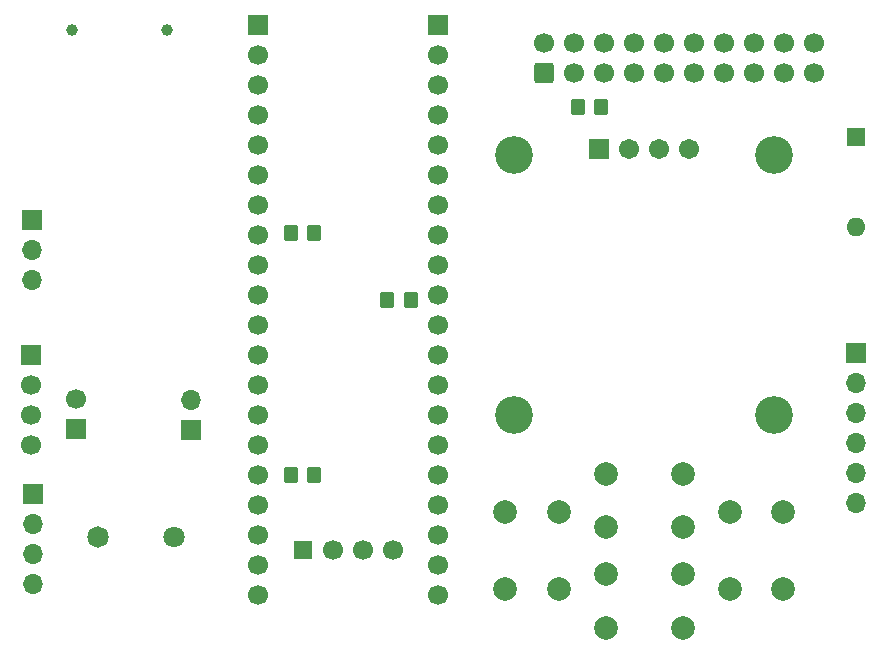
<source format=gbr>
%TF.GenerationSoftware,KiCad,Pcbnew,9.0.3*%
%TF.CreationDate,2025-08-12T06:34:47+02:00*%
%TF.ProjectId,sdiskII_stm32,73646973-6b49-4495-9f73-746d33322e6b,7*%
%TF.SameCoordinates,Original*%
%TF.FileFunction,Soldermask,Bot*%
%TF.FilePolarity,Negative*%
%FSLAX46Y46*%
G04 Gerber Fmt 4.6, Leading zero omitted, Abs format (unit mm)*
G04 Created by KiCad (PCBNEW 9.0.3) date 2025-08-12 06:34:47*
%MOMM*%
%LPD*%
G01*
G04 APERTURE LIST*
G04 Aperture macros list*
%AMRoundRect*
0 Rectangle with rounded corners*
0 $1 Rounding radius*
0 $2 $3 $4 $5 $6 $7 $8 $9 X,Y pos of 4 corners*
0 Add a 4 corners polygon primitive as box body*
4,1,4,$2,$3,$4,$5,$6,$7,$8,$9,$2,$3,0*
0 Add four circle primitives for the rounded corners*
1,1,$1+$1,$2,$3*
1,1,$1+$1,$4,$5*
1,1,$1+$1,$6,$7*
1,1,$1+$1,$8,$9*
0 Add four rect primitives between the rounded corners*
20,1,$1+$1,$2,$3,$4,$5,0*
20,1,$1+$1,$4,$5,$6,$7,0*
20,1,$1+$1,$6,$7,$8,$9,0*
20,1,$1+$1,$8,$9,$2,$3,0*%
G04 Aperture macros list end*
%ADD10RoundRect,0.250000X0.600000X-0.600000X0.600000X0.600000X-0.600000X0.600000X-0.600000X-0.600000X0*%
%ADD11C,1.700000*%
%ADD12R,1.600000X1.600000*%
%ADD13O,1.600000X1.600000*%
%ADD14R,1.700000X1.700000*%
%ADD15O,1.700000X1.700000*%
%ADD16C,2.000000*%
%ADD17C,1.824000*%
%ADD18C,1.800000*%
%ADD19R,1.524000X1.524000*%
%ADD20RoundRect,0.102000X-0.754000X-0.754000X0.754000X-0.754000X0.754000X0.754000X-0.754000X0.754000X0*%
%ADD21C,1.712000*%
%ADD22C,3.204000*%
%ADD23C,1.000000*%
%ADD24RoundRect,0.250000X0.350000X0.450000X-0.350000X0.450000X-0.350000X-0.450000X0.350000X-0.450000X0*%
G04 APERTURE END LIST*
D10*
%TO.C,J2*%
X178290000Y-92490000D03*
D11*
X178290000Y-89950000D03*
X180830000Y-92490000D03*
X180830000Y-89950000D03*
X183370000Y-92490000D03*
X183370000Y-89950000D03*
X185910000Y-92490000D03*
X185910000Y-89950000D03*
X188450000Y-92490000D03*
X188450000Y-89950000D03*
X190990000Y-92490000D03*
X190990000Y-89950000D03*
X193530000Y-92490000D03*
X193530000Y-89950000D03*
X196070000Y-92490000D03*
X196070000Y-89950000D03*
X198610000Y-92490000D03*
X198610000Y-89950000D03*
X201150000Y-92490000D03*
X201150000Y-89950000D03*
%TD*%
D12*
%TO.C,D1*%
X204710000Y-97905000D03*
D13*
X204710000Y-105525000D03*
%TD*%
D14*
%TO.C,J5*%
X134880000Y-116370000D03*
D11*
X134880000Y-118910000D03*
X134880000Y-121450000D03*
X134880000Y-123990000D03*
%TD*%
D14*
%TO.C,J3*%
X204690000Y-116170000D03*
D15*
X204690000Y-118710000D03*
X204690000Y-121250000D03*
X204690000Y-123790000D03*
X204690000Y-126330000D03*
X204690000Y-128870000D03*
%TD*%
D16*
%TO.C,UP1*%
X190040000Y-130950000D03*
X183540000Y-130950000D03*
X190040000Y-126450000D03*
X183540000Y-126450000D03*
%TD*%
D17*
%TO.C,BZ1*%
X140500000Y-131750000D03*
D18*
X147000000Y-131750000D03*
%TD*%
D14*
%TO.C,J4*%
X134910000Y-104975000D03*
D15*
X134910000Y-107515000D03*
X134910000Y-110055000D03*
%TD*%
D14*
%TO.C,\u03BCC1*%
X154050000Y-88440000D03*
D11*
X154050000Y-90980000D03*
X154050000Y-93520000D03*
X154050000Y-96060000D03*
X154050000Y-98600000D03*
X154050000Y-101140000D03*
X154050000Y-103680000D03*
X154050000Y-106220000D03*
X154050000Y-108760000D03*
X154050000Y-111300000D03*
X154050000Y-113840000D03*
X154050000Y-116380000D03*
X154050000Y-118920000D03*
X154050000Y-121460000D03*
X154050000Y-124000000D03*
X154050000Y-126540000D03*
X154050000Y-129080000D03*
X154050000Y-131620000D03*
X154050000Y-134160000D03*
X154050000Y-136700000D03*
X169290000Y-136700000D03*
X169290000Y-134160000D03*
X169290000Y-131620000D03*
X169290000Y-129080000D03*
X169290000Y-126540000D03*
X169290000Y-124000000D03*
X169290000Y-121460000D03*
X169290000Y-118920000D03*
X169290000Y-116380000D03*
X169290000Y-113840000D03*
X169290000Y-111300000D03*
X169290000Y-108760000D03*
X169290000Y-106220000D03*
X169290000Y-103680000D03*
X169290000Y-101140000D03*
X169290000Y-98600000D03*
X169290000Y-96060000D03*
X169290000Y-93520000D03*
X169290000Y-90980000D03*
D14*
X169290000Y-88440000D03*
D19*
X157860000Y-132890000D03*
D11*
X160400000Y-132890000D03*
X162940000Y-132890000D03*
X165480000Y-132890000D03*
%TD*%
D14*
%TO.C,J1*%
X148390000Y-122700000D03*
D15*
X148390000Y-120160000D03*
%TD*%
D16*
%TO.C,ENTR1*%
X198540000Y-129700000D03*
X198540000Y-136200000D03*
X194040000Y-129700000D03*
X194040000Y-136200000D03*
%TD*%
D14*
%TO.C,J6*%
X135000000Y-128180000D03*
D15*
X135000000Y-130720000D03*
X135000000Y-133260000D03*
X135000000Y-135800000D03*
%TD*%
D20*
%TO.C,U8*%
X182980000Y-98950000D03*
D21*
X185520000Y-98950000D03*
X188060000Y-98950000D03*
X190600000Y-98950000D03*
D22*
X175790000Y-99450000D03*
X197790000Y-99450000D03*
X197790000Y-121450000D03*
X175790000Y-121450000D03*
%TD*%
D23*
%TO.C,U2*%
X138340000Y-88850000D03*
X146340000Y-88850000D03*
%TD*%
D16*
%TO.C,RET1*%
X179540000Y-129700000D03*
X179540000Y-136200000D03*
X175040000Y-129700000D03*
X175040000Y-136200000D03*
%TD*%
D14*
%TO.C,J7*%
X138710000Y-122670000D03*
D11*
X138710000Y-120130000D03*
%TD*%
D16*
%TO.C,DOWN1*%
X183540000Y-134950000D03*
X190040000Y-134950000D03*
X183540000Y-139450000D03*
X190040000Y-139450000D03*
%TD*%
D24*
%TO.C,R5*%
X167000000Y-111690000D03*
X165000000Y-111690000D03*
%TD*%
%TO.C,R3*%
X158850000Y-126550000D03*
X156850000Y-126550000D03*
%TD*%
%TO.C,R1*%
X183160000Y-95360000D03*
X181160000Y-95360000D03*
%TD*%
%TO.C,R2*%
X158840000Y-106070000D03*
X156840000Y-106070000D03*
%TD*%
M02*

</source>
